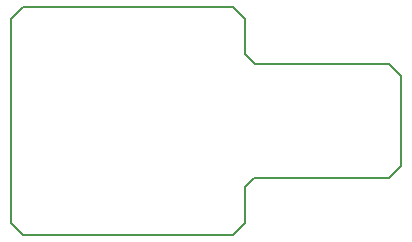
<source format=gbr>
G04 #@! TF.GenerationSoftware,KiCad,Pcbnew,(5.0.2)-1*
G04 #@! TF.CreationDate,2020-03-09T19:04:08+09:00*
G04 #@! TF.ProjectId,eckeyboard,65636b65-7962-46f6-9172-642e6b696361,rev?*
G04 #@! TF.SameCoordinates,Original*
G04 #@! TF.FileFunction,Profile,NP*
%FSLAX46Y46*%
G04 Gerber Fmt 4.6, Leading zero omitted, Abs format (unit mm)*
G04 Created by KiCad (PCBNEW (5.0.2)-1) date 2020/03/09 19:04:08*
%MOMM*%
%LPD*%
G01*
G04 APERTURE LIST*
%ADD10C,0.200000*%
G04 APERTURE END LIST*
D10*
X104140000Y-67945000D02*
X104140000Y-65024000D01*
X105029000Y-68834000D02*
X104140000Y-67945000D01*
X104140000Y-79248000D02*
X104902000Y-78486000D01*
X104140000Y-82296000D02*
X104140000Y-79248000D01*
X84328000Y-65024000D02*
X85344000Y-64008000D01*
X84328000Y-82296000D02*
X84328000Y-65024000D01*
X85344000Y-83312000D02*
X84328000Y-82296000D01*
X103124000Y-83312000D02*
X85344000Y-83312000D01*
X103124000Y-83312000D02*
X104140000Y-82296000D01*
X116332000Y-78486000D02*
X104902000Y-78486000D01*
X117348000Y-77470000D02*
X116332000Y-78486000D01*
X117348000Y-69850000D02*
X117348000Y-77470000D01*
X116332000Y-68834000D02*
X117348000Y-69850000D01*
X105029000Y-68834000D02*
X116332000Y-68834000D01*
X103124000Y-64008000D02*
X104140000Y-65024000D01*
X85344000Y-64008000D02*
X103124000Y-64008000D01*
M02*

</source>
